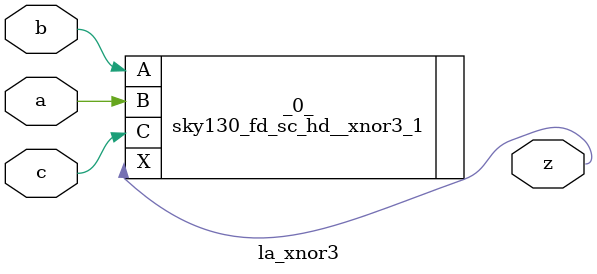
<source format=v>

/* Generated by Yosys 0.44 (git sha1 80ba43d26, g++ 11.4.0-1ubuntu1~22.04 -fPIC -O3) */

(* top =  1  *)
(* src = "inputs/la_xnor3.v:10.1-21.10" *)
module la_xnor3 (
    a,
    b,
    c,
    z
);
  (* src = "inputs/la_xnor3.v:13.12-13.13" *)
  input a;
  wire a;
  (* src = "inputs/la_xnor3.v:14.12-14.13" *)
  input b;
  wire b;
  (* src = "inputs/la_xnor3.v:15.12-15.13" *)
  input c;
  wire c;
  (* src = "inputs/la_xnor3.v:16.12-16.13" *)
  output z;
  wire z;
  sky130_fd_sc_hd__xnor3_1 _0_ (
      .A(b),
      .B(a),
      .C(c),
      .X(z)
  );
endmodule

</source>
